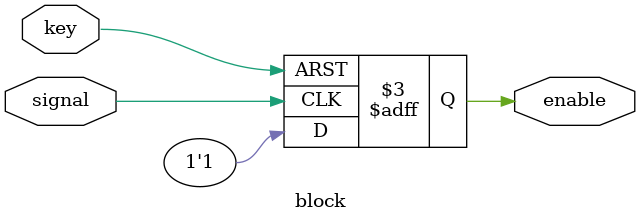
<source format=v>
module block (key, signal, enable);
	
	input key, signal;
	
	output reg enable;
	initial enable=1'b0;
	
	always @ (posedge key or posedge signal) //press key or have signal from verify module
	begin
		if (key) enable <= 1'b0;	//press key => reset enable
		else enable <= 1'b1;		//signal of blocking system
	end
	
endmodule 
		
	
</source>
